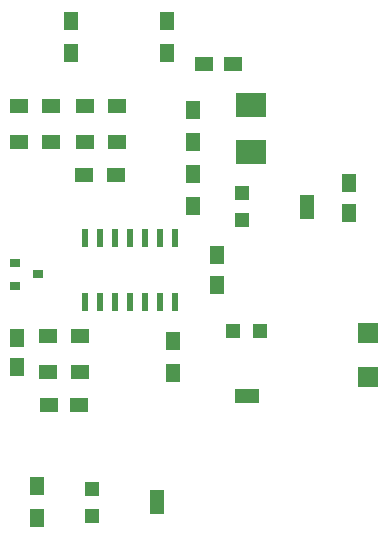
<source format=gbr>
G04 #@! TF.FileFunction,Paste,Top*
%FSLAX46Y46*%
G04 Gerber Fmt 4.6, Leading zero omitted, Abs format (unit mm)*
G04 Created by KiCad (PCBNEW 4.0.1-stable) date 10/30/2017 21:56:45*
%MOMM*%
G01*
G04 APERTURE LIST*
%ADD10C,0.100000*%
%ADD11R,1.500000X1.300000*%
%ADD12R,1.250000X1.500000*%
%ADD13R,1.300000X1.500000*%
%ADD14R,0.900000X0.800000*%
%ADD15R,2.500000X2.000000*%
%ADD16R,1.500000X1.250000*%
%ADD17R,1.680000X1.680000*%
%ADD18R,1.300000X2.000000*%
%ADD19R,1.300000X1.300000*%
%ADD20R,2.000000X1.300000*%
%ADD21R,0.600000X1.500000*%
G04 APERTURE END LIST*
D10*
D11*
X136826000Y-79375000D03*
X139526000Y-79375000D03*
D12*
X153543000Y-91420000D03*
X153543000Y-88920000D03*
D11*
X139526000Y-76327000D03*
X136826000Y-76327000D03*
D13*
X151511000Y-84789000D03*
X151511000Y-82089000D03*
D11*
X142414000Y-76327000D03*
X145114000Y-76327000D03*
X145114000Y-79375000D03*
X142414000Y-79375000D03*
X142287000Y-82169000D03*
X144987000Y-82169000D03*
D13*
X149352000Y-71835000D03*
X149352000Y-69135000D03*
X151511000Y-79328000D03*
X151511000Y-76628000D03*
X141224000Y-71835000D03*
X141224000Y-69135000D03*
D11*
X139239000Y-98806000D03*
X141939000Y-98806000D03*
X139239000Y-95758000D03*
X141939000Y-95758000D03*
D13*
X149860000Y-96186000D03*
X149860000Y-98886000D03*
X138303000Y-111205000D03*
X138303000Y-108505000D03*
D14*
X136414000Y-89601000D03*
X136414000Y-91501000D03*
X138414000Y-90551000D03*
D15*
X156464000Y-76232000D03*
X156464000Y-80232000D03*
D16*
X154920000Y-72771000D03*
X152420000Y-72771000D03*
X139339000Y-101600000D03*
X141839000Y-101600000D03*
D12*
X136652000Y-95905000D03*
X136652000Y-98405000D03*
X164719000Y-85324000D03*
X164719000Y-82824000D03*
D17*
X166370000Y-99264000D03*
X166370000Y-95504000D03*
D18*
X161163000Y-84836000D03*
D19*
X155663000Y-85986000D03*
X155663000Y-83686000D03*
D20*
X156083000Y-100838000D03*
D19*
X154933000Y-95338000D03*
X157233000Y-95338000D03*
D18*
X148463000Y-109855000D03*
D19*
X142963000Y-111005000D03*
X142963000Y-108705000D03*
D21*
X149987000Y-87470000D03*
X148717000Y-87470000D03*
X147447000Y-87470000D03*
X146177000Y-87470000D03*
X144907000Y-87470000D03*
X143637000Y-87470000D03*
X142367000Y-87470000D03*
X142367000Y-92870000D03*
X143637000Y-92870000D03*
X144907000Y-92870000D03*
X146177000Y-92870000D03*
X147447000Y-92870000D03*
X148717000Y-92870000D03*
X149987000Y-92870000D03*
M02*

</source>
